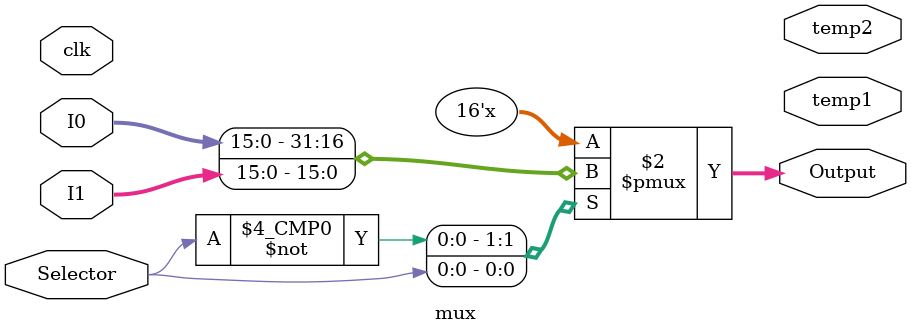
<source format=v>
module mux(
    input [15:0] I0,        //register data 2
    input [15:0] I1,        //sign extended value
    input Selector,
    input clk,
    output reg [15:0] Output,
    output temp1,
    output temp2
);

    
    always @(*) begin
    case(Selector)
        1'b0: begin
        Output = I0;
        end
        
        1'b1: begin
        Output = I1;
        end
        
        endcase
    
    end

endmodule
</source>
